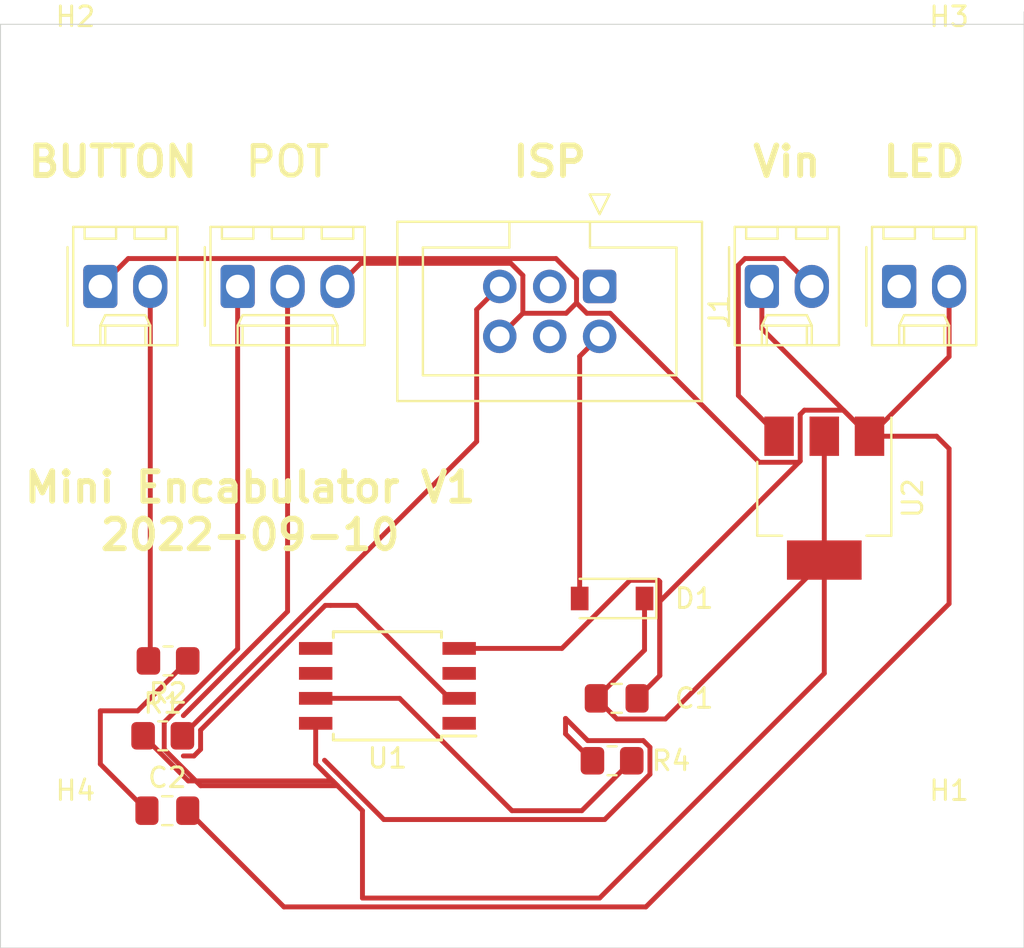
<source format=kicad_pcb>
(kicad_pcb (version 20171130) (host pcbnew "(5.1.9)-1")

  (general
    (thickness 1.6)
    (drawings 11)
    (tracks 98)
    (zones 0)
    (modules 17)
    (nets 18)
  )

  (page A4)
  (layers
    (0 F.Cu signal)
    (31 B.Cu signal)
    (32 B.Adhes user)
    (33 F.Adhes user)
    (34 B.Paste user)
    (35 F.Paste user)
    (36 B.SilkS user)
    (37 F.SilkS user)
    (38 B.Mask user)
    (39 F.Mask user)
    (40 Dwgs.User user)
    (41 Cmts.User user)
    (42 Eco1.User user)
    (43 Eco2.User user)
    (44 Edge.Cuts user)
    (45 Margin user)
    (46 B.CrtYd user)
    (47 F.CrtYd user)
    (48 B.Fab user hide)
    (49 F.Fab user hide)
  )

  (setup
    (last_trace_width 0.25)
    (trace_clearance 0.2)
    (zone_clearance 0.508)
    (zone_45_only no)
    (trace_min 0.2)
    (via_size 0.8)
    (via_drill 0.4)
    (via_min_size 0.4)
    (via_min_drill 0.3)
    (uvia_size 0.3)
    (uvia_drill 0.1)
    (uvias_allowed no)
    (uvia_min_size 0.2)
    (uvia_min_drill 0.1)
    (edge_width 0.05)
    (segment_width 0.2)
    (pcb_text_width 0.3)
    (pcb_text_size 1.5 1.5)
    (mod_edge_width 0.12)
    (mod_text_size 1 1)
    (mod_text_width 0.15)
    (pad_size 1.524 1.524)
    (pad_drill 0.762)
    (pad_to_mask_clearance 0)
    (aux_axis_origin 0 0)
    (visible_elements FFFFFF7F)
    (pcbplotparams
      (layerselection 0x010fc_ffffffff)
      (usegerberextensions false)
      (usegerberattributes true)
      (usegerberadvancedattributes true)
      (creategerberjobfile true)
      (excludeedgelayer true)
      (linewidth 0.100000)
      (plotframeref false)
      (viasonmask false)
      (mode 1)
      (useauxorigin false)
      (hpglpennumber 1)
      (hpglpenspeed 20)
      (hpglpendiameter 15.000000)
      (psnegative false)
      (psa4output false)
      (plotreference true)
      (plotvalue true)
      (plotinvisibletext false)
      (padsonsilk false)
      (subtractmaskfromsilk false)
      (outputformat 1)
      (mirror false)
      (drillshape 1)
      (scaleselection 1)
      (outputdirectory ""))
  )

  (net 0 "")
  (net 1 GND)
  (net 2 +5V)
  (net 3 "Net-(C2-Pad1)")
  (net 4 "Net-(D1-Pad2)")
  (net 5 "Net-(J1-Pad4)")
  (net 6 "Net-(J1-Pad5)")
  (net 7 "Net-(J1-Pad3)")
  (net 8 "Net-(J1-Pad1)")
  (net 9 "Net-(J2-Pad2)")
  (net 10 "Net-(J3-Pad2)")
  (net 11 "Net-(J4-Pad1)")
  (net 12 "Net-(J5-Pad2)")
  (net 13 "Net-(R4-Pad2)")
  (net 14 "Net-(U1-Pad6)")
  (net 15 "Net-(U1-Pad5)")
  (net 16 "Net-(U1-Pad3)")
  (net 17 "Net-(U1-Pad1)")

  (net_class Default "This is the default net class."
    (clearance 0.2)
    (trace_width 0.25)
    (via_dia 0.8)
    (via_drill 0.4)
    (uvia_dia 0.3)
    (uvia_drill 0.1)
    (add_net +5V)
    (add_net GND)
    (add_net "Net-(C2-Pad1)")
    (add_net "Net-(D1-Pad2)")
    (add_net "Net-(J1-Pad1)")
    (add_net "Net-(J1-Pad3)")
    (add_net "Net-(J1-Pad4)")
    (add_net "Net-(J1-Pad5)")
    (add_net "Net-(J2-Pad2)")
    (add_net "Net-(J3-Pad2)")
    (add_net "Net-(J4-Pad1)")
    (add_net "Net-(J5-Pad2)")
    (add_net "Net-(R4-Pad2)")
    (add_net "Net-(U1-Pad1)")
    (add_net "Net-(U1-Pad3)")
    (add_net "Net-(U1-Pad5)")
    (add_net "Net-(U1-Pad6)")
  )

  (module Package_TO_SOT_SMD:SOT-223-3_TabPin2 (layer F.Cu) (tedit 5A02FF57) (tstamp 631CF530)
    (at 165.1 92.05 270)
    (descr "module CMS SOT223 4 pins")
    (tags "CMS SOT")
    (path /631D3515)
    (attr smd)
    (fp_text reference U2 (at 0 -4.5 90) (layer F.SilkS)
      (effects (font (size 1 1) (thickness 0.15)))
    )
    (fp_text value LM1117-5.0 (at 0 4.5 90) (layer F.Fab)
      (effects (font (size 1 1) (thickness 0.15)))
    )
    (fp_text user %R (at 0 0) (layer F.Fab)
      (effects (font (size 0.8 0.8) (thickness 0.12)))
    )
    (fp_line (start 1.91 3.41) (end 1.91 2.15) (layer F.SilkS) (width 0.12))
    (fp_line (start 1.91 -3.41) (end 1.91 -2.15) (layer F.SilkS) (width 0.12))
    (fp_line (start 4.4 -3.6) (end -4.4 -3.6) (layer F.CrtYd) (width 0.05))
    (fp_line (start 4.4 3.6) (end 4.4 -3.6) (layer F.CrtYd) (width 0.05))
    (fp_line (start -4.4 3.6) (end 4.4 3.6) (layer F.CrtYd) (width 0.05))
    (fp_line (start -4.4 -3.6) (end -4.4 3.6) (layer F.CrtYd) (width 0.05))
    (fp_line (start -1.85 -2.35) (end -0.85 -3.35) (layer F.Fab) (width 0.1))
    (fp_line (start -1.85 -2.35) (end -1.85 3.35) (layer F.Fab) (width 0.1))
    (fp_line (start -1.85 3.41) (end 1.91 3.41) (layer F.SilkS) (width 0.12))
    (fp_line (start -0.85 -3.35) (end 1.85 -3.35) (layer F.Fab) (width 0.1))
    (fp_line (start -4.1 -3.41) (end 1.91 -3.41) (layer F.SilkS) (width 0.12))
    (fp_line (start -1.85 3.35) (end 1.85 3.35) (layer F.Fab) (width 0.1))
    (fp_line (start 1.85 -3.35) (end 1.85 3.35) (layer F.Fab) (width 0.1))
    (pad 1 smd rect (at -3.15 -2.3 270) (size 2 1.5) (layers F.Cu F.Paste F.Mask)
      (net 1 GND))
    (pad 3 smd rect (at -3.15 2.3 270) (size 2 1.5) (layers F.Cu F.Paste F.Mask)
      (net 9 "Net-(J2-Pad2)"))
    (pad 2 smd rect (at -3.15 0 270) (size 2 1.5) (layers F.Cu F.Paste F.Mask)
      (net 2 +5V))
    (pad 2 smd rect (at 3.15 0 270) (size 2 3.8) (layers F.Cu F.Paste F.Mask)
      (net 2 +5V))
    (model ${KISYS3DMOD}/Package_TO_SOT_SMD.3dshapes/SOT-223.wrl
      (at (xyz 0 0 0))
      (scale (xyz 1 1 1))
      (rotate (xyz 0 0 0))
    )
  )

  (module Package_SO:SOIJ-8_5.3x5.3mm_P1.27mm (layer F.Cu) (tedit 5A02F2D3) (tstamp 631CF51A)
    (at 142.875 101.6 180)
    (descr "8-Lead Plastic Small Outline (SM) - Medium, 5.28 mm Body [SOIC] (see Microchip Packaging Specification 00000049BS.pdf)")
    (tags "SOIC 1.27")
    (path /631C877F)
    (attr smd)
    (fp_text reference U1 (at 0 -3.68) (layer F.SilkS)
      (effects (font (size 1 1) (thickness 0.15)))
    )
    (fp_text value ATtiny85-20SU (at 0 3.68) (layer F.Fab)
      (effects (font (size 1 1) (thickness 0.15)))
    )
    (fp_text user %R (at 0 0) (layer F.Fab)
      (effects (font (size 1 1) (thickness 0.15)))
    )
    (fp_line (start -1.65 -2.65) (end 2.65 -2.65) (layer F.Fab) (width 0.15))
    (fp_line (start 2.65 -2.65) (end 2.65 2.65) (layer F.Fab) (width 0.15))
    (fp_line (start 2.65 2.65) (end -2.65 2.65) (layer F.Fab) (width 0.15))
    (fp_line (start -2.65 2.65) (end -2.65 -1.65) (layer F.Fab) (width 0.15))
    (fp_line (start -2.65 -1.65) (end -1.65 -2.65) (layer F.Fab) (width 0.15))
    (fp_line (start -4.75 -2.95) (end -4.75 2.95) (layer F.CrtYd) (width 0.05))
    (fp_line (start 4.75 -2.95) (end 4.75 2.95) (layer F.CrtYd) (width 0.05))
    (fp_line (start -4.75 -2.95) (end 4.75 -2.95) (layer F.CrtYd) (width 0.05))
    (fp_line (start -4.75 2.95) (end 4.75 2.95) (layer F.CrtYd) (width 0.05))
    (fp_line (start -2.75 -2.755) (end -2.75 -2.55) (layer F.SilkS) (width 0.15))
    (fp_line (start 2.75 -2.755) (end 2.75 -2.455) (layer F.SilkS) (width 0.15))
    (fp_line (start 2.75 2.755) (end 2.75 2.455) (layer F.SilkS) (width 0.15))
    (fp_line (start -2.75 2.755) (end -2.75 2.455) (layer F.SilkS) (width 0.15))
    (fp_line (start -2.75 -2.755) (end 2.75 -2.755) (layer F.SilkS) (width 0.15))
    (fp_line (start -2.75 2.755) (end 2.75 2.755) (layer F.SilkS) (width 0.15))
    (fp_line (start -2.75 -2.55) (end -4.5 -2.55) (layer F.SilkS) (width 0.15))
    (pad 8 smd rect (at 3.65 -1.905 180) (size 1.7 0.65) (layers F.Cu F.Paste F.Mask)
      (net 2 +5V))
    (pad 7 smd rect (at 3.65 -0.635 180) (size 1.7 0.65) (layers F.Cu F.Paste F.Mask)
      (net 13 "Net-(R4-Pad2)"))
    (pad 6 smd rect (at 3.65 0.635 180) (size 1.7 0.65) (layers F.Cu F.Paste F.Mask)
      (net 14 "Net-(U1-Pad6)"))
    (pad 5 smd rect (at 3.65 1.905 180) (size 1.7 0.65) (layers F.Cu F.Paste F.Mask)
      (net 15 "Net-(U1-Pad5)"))
    (pad 4 smd rect (at -3.65 1.905 180) (size 1.7 0.65) (layers F.Cu F.Paste F.Mask)
      (net 1 GND))
    (pad 3 smd rect (at -3.65 0.635 180) (size 1.7 0.65) (layers F.Cu F.Paste F.Mask)
      (net 16 "Net-(U1-Pad3)"))
    (pad 2 smd rect (at -3.65 -0.635 180) (size 1.7 0.65) (layers F.Cu F.Paste F.Mask)
      (net 12 "Net-(J5-Pad2)"))
    (pad 1 smd rect (at -3.65 -1.905 180) (size 1.7 0.65) (layers F.Cu F.Paste F.Mask)
      (net 17 "Net-(U1-Pad1)"))
    (model ${KISYS3DMOD}/Package_SO.3dshapes/SOIJ-8_5.3x5.3mm_P1.27mm.wrl
      (at (xyz 0 0 0))
      (scale (xyz 1 1 1))
      (rotate (xyz 0 0 0))
    )
  )

  (module Resistor_SMD:R_0805_2012Metric_Pad1.20x1.40mm_HandSolder (layer F.Cu) (tedit 5F68FEEE) (tstamp 631CF4FD)
    (at 154.305 105.41)
    (descr "Resistor SMD 0805 (2012 Metric), square (rectangular) end terminal, IPC_7351 nominal with elongated pad for handsoldering. (Body size source: IPC-SM-782 page 72, https://www.pcb-3d.com/wordpress/wp-content/uploads/ipc-sm-782a_amendment_1_and_2.pdf), generated with kicad-footprint-generator")
    (tags "resistor handsolder")
    (path /631DE540)
    (attr smd)
    (fp_text reference R4 (at 3 0) (layer F.SilkS)
      (effects (font (size 1 1) (thickness 0.15)))
    )
    (fp_text value 1k (at 0 1.65) (layer F.Fab)
      (effects (font (size 1 1) (thickness 0.15)))
    )
    (fp_text user %R (at 0 0) (layer F.Fab)
      (effects (font (size 0.5 0.5) (thickness 0.08)))
    )
    (fp_line (start -1 0.625) (end -1 -0.625) (layer F.Fab) (width 0.1))
    (fp_line (start -1 -0.625) (end 1 -0.625) (layer F.Fab) (width 0.1))
    (fp_line (start 1 -0.625) (end 1 0.625) (layer F.Fab) (width 0.1))
    (fp_line (start 1 0.625) (end -1 0.625) (layer F.Fab) (width 0.1))
    (fp_line (start -0.227064 -0.735) (end 0.227064 -0.735) (layer F.SilkS) (width 0.12))
    (fp_line (start -0.227064 0.735) (end 0.227064 0.735) (layer F.SilkS) (width 0.12))
    (fp_line (start -1.85 0.95) (end -1.85 -0.95) (layer F.CrtYd) (width 0.05))
    (fp_line (start -1.85 -0.95) (end 1.85 -0.95) (layer F.CrtYd) (width 0.05))
    (fp_line (start 1.85 -0.95) (end 1.85 0.95) (layer F.CrtYd) (width 0.05))
    (fp_line (start 1.85 0.95) (end -1.85 0.95) (layer F.CrtYd) (width 0.05))
    (pad 2 smd roundrect (at 1 0) (size 1.2 1.4) (layers F.Cu F.Paste F.Mask) (roundrect_rratio 0.208333)
      (net 13 "Net-(R4-Pad2)"))
    (pad 1 smd roundrect (at -1 0) (size 1.2 1.4) (layers F.Cu F.Paste F.Mask) (roundrect_rratio 0.208333)
      (net 11 "Net-(J4-Pad1)"))
    (model ${KISYS3DMOD}/Resistor_SMD.3dshapes/R_0805_2012Metric.wrl
      (at (xyz 0 0 0))
      (scale (xyz 1 1 1))
      (rotate (xyz 0 0 0))
    )
  )

  (module Resistor_SMD:R_0805_2012Metric_Pad1.20x1.40mm_HandSolder (layer F.Cu) (tedit 5F68FEEE) (tstamp 631CF4EC)
    (at 131.715 100.33 180)
    (descr "Resistor SMD 0805 (2012 Metric), square (rectangular) end terminal, IPC_7351 nominal with elongated pad for handsoldering. (Body size source: IPC-SM-782 page 72, https://www.pcb-3d.com/wordpress/wp-content/uploads/ipc-sm-782a_amendment_1_and_2.pdf), generated with kicad-footprint-generator")
    (tags "resistor handsolder")
    (path /631D7071)
    (attr smd)
    (fp_text reference R2 (at 0 -1.65) (layer F.SilkS)
      (effects (font (size 1 1) (thickness 0.15)))
    )
    (fp_text value 10k (at 0 1.65) (layer F.Fab)
      (effects (font (size 1 1) (thickness 0.15)))
    )
    (fp_text user %R (at 0 0) (layer F.Fab)
      (effects (font (size 0.5 0.5) (thickness 0.08)))
    )
    (fp_line (start -1 0.625) (end -1 -0.625) (layer F.Fab) (width 0.1))
    (fp_line (start -1 -0.625) (end 1 -0.625) (layer F.Fab) (width 0.1))
    (fp_line (start 1 -0.625) (end 1 0.625) (layer F.Fab) (width 0.1))
    (fp_line (start 1 0.625) (end -1 0.625) (layer F.Fab) (width 0.1))
    (fp_line (start -0.227064 -0.735) (end 0.227064 -0.735) (layer F.SilkS) (width 0.12))
    (fp_line (start -0.227064 0.735) (end 0.227064 0.735) (layer F.SilkS) (width 0.12))
    (fp_line (start -1.85 0.95) (end -1.85 -0.95) (layer F.CrtYd) (width 0.05))
    (fp_line (start -1.85 -0.95) (end 1.85 -0.95) (layer F.CrtYd) (width 0.05))
    (fp_line (start 1.85 -0.95) (end 1.85 0.95) (layer F.CrtYd) (width 0.05))
    (fp_line (start 1.85 0.95) (end -1.85 0.95) (layer F.CrtYd) (width 0.05))
    (pad 2 smd roundrect (at 1 0 180) (size 1.2 1.4) (layers F.Cu F.Paste F.Mask) (roundrect_rratio 0.208333)
      (net 10 "Net-(J3-Pad2)"))
    (pad 1 smd roundrect (at -1 0 180) (size 1.2 1.4) (layers F.Cu F.Paste F.Mask) (roundrect_rratio 0.208333)
      (net 3 "Net-(C2-Pad1)"))
    (model ${KISYS3DMOD}/Resistor_SMD.3dshapes/R_0805_2012Metric.wrl
      (at (xyz 0 0 0))
      (scale (xyz 1 1 1))
      (rotate (xyz 0 0 0))
    )
  )

  (module Resistor_SMD:R_0805_2012Metric_Pad1.20x1.40mm_HandSolder (layer F.Cu) (tedit 5F68FEEE) (tstamp 631CF4DB)
    (at 131.445 104.14)
    (descr "Resistor SMD 0805 (2012 Metric), square (rectangular) end terminal, IPC_7351 nominal with elongated pad for handsoldering. (Body size source: IPC-SM-782 page 72, https://www.pcb-3d.com/wordpress/wp-content/uploads/ipc-sm-782a_amendment_1_and_2.pdf), generated with kicad-footprint-generator")
    (tags "resistor handsolder")
    (path /631D056D)
    (attr smd)
    (fp_text reference R1 (at 0 -1.65) (layer F.SilkS)
      (effects (font (size 1 1) (thickness 0.15)))
    )
    (fp_text value 10k (at 0 1.65) (layer F.Fab)
      (effects (font (size 1 1) (thickness 0.15)))
    )
    (fp_text user %R (at 0 0) (layer F.Fab)
      (effects (font (size 0.5 0.5) (thickness 0.08)))
    )
    (fp_line (start -1 0.625) (end -1 -0.625) (layer F.Fab) (width 0.1))
    (fp_line (start -1 -0.625) (end 1 -0.625) (layer F.Fab) (width 0.1))
    (fp_line (start 1 -0.625) (end 1 0.625) (layer F.Fab) (width 0.1))
    (fp_line (start 1 0.625) (end -1 0.625) (layer F.Fab) (width 0.1))
    (fp_line (start -0.227064 -0.735) (end 0.227064 -0.735) (layer F.SilkS) (width 0.12))
    (fp_line (start -0.227064 0.735) (end 0.227064 0.735) (layer F.SilkS) (width 0.12))
    (fp_line (start -1.85 0.95) (end -1.85 -0.95) (layer F.CrtYd) (width 0.05))
    (fp_line (start -1.85 -0.95) (end 1.85 -0.95) (layer F.CrtYd) (width 0.05))
    (fp_line (start 1.85 -0.95) (end 1.85 0.95) (layer F.CrtYd) (width 0.05))
    (fp_line (start 1.85 0.95) (end -1.85 0.95) (layer F.CrtYd) (width 0.05))
    (pad 2 smd roundrect (at 1 0) (size 1.2 1.4) (layers F.Cu F.Paste F.Mask) (roundrect_rratio 0.208333)
      (net 6 "Net-(J1-Pad5)"))
    (pad 1 smd roundrect (at -1 0) (size 1.2 1.4) (layers F.Cu F.Paste F.Mask) (roundrect_rratio 0.208333)
      (net 2 +5V))
    (model ${KISYS3DMOD}/Resistor_SMD.3dshapes/R_0805_2012Metric.wrl
      (at (xyz 0 0 0))
      (scale (xyz 1 1 1))
      (rotate (xyz 0 0 0))
    )
  )

  (module Connector_Molex:Molex_KK-254_AE-6410-03A_1x03_P2.54mm_Vertical (layer F.Cu) (tedit 5EA53D3B) (tstamp 631CF4CA)
    (at 135.255 81.28)
    (descr "Molex KK-254 Interconnect System, old/engineering part number: AE-6410-03A example for new part number: 22-27-2031, 3 Pins (http://www.molex.com/pdm_docs/sd/022272021_sd.pdf), generated with kicad-footprint-generator")
    (tags "connector Molex KK-254 vertical")
    (path /631E0779)
    (fp_text reference J5 (at 2.54 -4.12) (layer F.SilkS) hide
      (effects (font (size 1 1) (thickness 0.15)))
    )
    (fp_text value POT (at 2.54 4.08) (layer F.Fab)
      (effects (font (size 1 1) (thickness 0.15)))
    )
    (fp_text user %R (at 2.54 -2.22) (layer F.Fab)
      (effects (font (size 1 1) (thickness 0.15)))
    )
    (fp_line (start -1.27 -2.92) (end -1.27 2.88) (layer F.Fab) (width 0.1))
    (fp_line (start -1.27 2.88) (end 6.35 2.88) (layer F.Fab) (width 0.1))
    (fp_line (start 6.35 2.88) (end 6.35 -2.92) (layer F.Fab) (width 0.1))
    (fp_line (start 6.35 -2.92) (end -1.27 -2.92) (layer F.Fab) (width 0.1))
    (fp_line (start -1.38 -3.03) (end -1.38 2.99) (layer F.SilkS) (width 0.12))
    (fp_line (start -1.38 2.99) (end 6.46 2.99) (layer F.SilkS) (width 0.12))
    (fp_line (start 6.46 2.99) (end 6.46 -3.03) (layer F.SilkS) (width 0.12))
    (fp_line (start 6.46 -3.03) (end -1.38 -3.03) (layer F.SilkS) (width 0.12))
    (fp_line (start -1.67 -2) (end -1.67 2) (layer F.SilkS) (width 0.12))
    (fp_line (start -1.27 -0.5) (end -0.562893 0) (layer F.Fab) (width 0.1))
    (fp_line (start -0.562893 0) (end -1.27 0.5) (layer F.Fab) (width 0.1))
    (fp_line (start 0 2.99) (end 0 1.99) (layer F.SilkS) (width 0.12))
    (fp_line (start 0 1.99) (end 5.08 1.99) (layer F.SilkS) (width 0.12))
    (fp_line (start 5.08 1.99) (end 5.08 2.99) (layer F.SilkS) (width 0.12))
    (fp_line (start 0 1.99) (end 0.25 1.46) (layer F.SilkS) (width 0.12))
    (fp_line (start 0.25 1.46) (end 4.83 1.46) (layer F.SilkS) (width 0.12))
    (fp_line (start 4.83 1.46) (end 5.08 1.99) (layer F.SilkS) (width 0.12))
    (fp_line (start 0.25 2.99) (end 0.25 1.99) (layer F.SilkS) (width 0.12))
    (fp_line (start 4.83 2.99) (end 4.83 1.99) (layer F.SilkS) (width 0.12))
    (fp_line (start -0.8 -3.03) (end -0.8 -2.43) (layer F.SilkS) (width 0.12))
    (fp_line (start -0.8 -2.43) (end 0.8 -2.43) (layer F.SilkS) (width 0.12))
    (fp_line (start 0.8 -2.43) (end 0.8 -3.03) (layer F.SilkS) (width 0.12))
    (fp_line (start 1.74 -3.03) (end 1.74 -2.43) (layer F.SilkS) (width 0.12))
    (fp_line (start 1.74 -2.43) (end 3.34 -2.43) (layer F.SilkS) (width 0.12))
    (fp_line (start 3.34 -2.43) (end 3.34 -3.03) (layer F.SilkS) (width 0.12))
    (fp_line (start 4.28 -3.03) (end 4.28 -2.43) (layer F.SilkS) (width 0.12))
    (fp_line (start 4.28 -2.43) (end 5.88 -2.43) (layer F.SilkS) (width 0.12))
    (fp_line (start 5.88 -2.43) (end 5.88 -3.03) (layer F.SilkS) (width 0.12))
    (fp_line (start -1.77 -3.42) (end -1.77 3.38) (layer F.CrtYd) (width 0.05))
    (fp_line (start -1.77 3.38) (end 6.85 3.38) (layer F.CrtYd) (width 0.05))
    (fp_line (start 6.85 3.38) (end 6.85 -3.42) (layer F.CrtYd) (width 0.05))
    (fp_line (start 6.85 -3.42) (end -1.77 -3.42) (layer F.CrtYd) (width 0.05))
    (pad 3 thru_hole oval (at 5.08 0) (size 1.74 2.19) (drill 1.19) (layers *.Cu *.Mask)
      (net 1 GND))
    (pad 2 thru_hole oval (at 2.54 0) (size 1.74 2.19) (drill 1.19) (layers *.Cu *.Mask)
      (net 12 "Net-(J5-Pad2)"))
    (pad 1 thru_hole roundrect (at 0 0) (size 1.74 2.19) (drill 1.19) (layers *.Cu *.Mask) (roundrect_rratio 0.143678)
      (net 2 +5V))
    (model ${KISYS3DMOD}/Connector_Molex.3dshapes/Molex_KK-254_AE-6410-03A_1x03_P2.54mm_Vertical.wrl
      (at (xyz 0 0 0))
      (scale (xyz 1 1 1))
      (rotate (xyz 0 0 0))
    )
  )

  (module Connector_Molex:Molex_KK-254_AE-6410-02A_1x02_P2.54mm_Vertical (layer F.Cu) (tedit 5EA53D3B) (tstamp 631CF4A2)
    (at 168.91 81.28)
    (descr "Molex KK-254 Interconnect System, old/engineering part number: AE-6410-02A example for new part number: 22-27-2021, 2 Pins (http://www.molex.com/pdm_docs/sd/022272021_sd.pdf), generated with kicad-footprint-generator")
    (tags "connector Molex KK-254 vertical")
    (path /631DAC13)
    (fp_text reference J4 (at 1.27 -4.12) (layer F.SilkS) hide
      (effects (font (size 1 1) (thickness 0.15)))
    )
    (fp_text value LED (at 1.27 4.08) (layer F.Fab)
      (effects (font (size 1 1) (thickness 0.15)))
    )
    (fp_text user %R (at 1.27 -2.22) (layer F.Fab)
      (effects (font (size 1 1) (thickness 0.15)))
    )
    (fp_line (start -1.27 -2.92) (end -1.27 2.88) (layer F.Fab) (width 0.1))
    (fp_line (start -1.27 2.88) (end 3.81 2.88) (layer F.Fab) (width 0.1))
    (fp_line (start 3.81 2.88) (end 3.81 -2.92) (layer F.Fab) (width 0.1))
    (fp_line (start 3.81 -2.92) (end -1.27 -2.92) (layer F.Fab) (width 0.1))
    (fp_line (start -1.38 -3.03) (end -1.38 2.99) (layer F.SilkS) (width 0.12))
    (fp_line (start -1.38 2.99) (end 3.92 2.99) (layer F.SilkS) (width 0.12))
    (fp_line (start 3.92 2.99) (end 3.92 -3.03) (layer F.SilkS) (width 0.12))
    (fp_line (start 3.92 -3.03) (end -1.38 -3.03) (layer F.SilkS) (width 0.12))
    (fp_line (start -1.67 -2) (end -1.67 2) (layer F.SilkS) (width 0.12))
    (fp_line (start -1.27 -0.5) (end -0.562893 0) (layer F.Fab) (width 0.1))
    (fp_line (start -0.562893 0) (end -1.27 0.5) (layer F.Fab) (width 0.1))
    (fp_line (start 0 2.99) (end 0 1.99) (layer F.SilkS) (width 0.12))
    (fp_line (start 0 1.99) (end 2.54 1.99) (layer F.SilkS) (width 0.12))
    (fp_line (start 2.54 1.99) (end 2.54 2.99) (layer F.SilkS) (width 0.12))
    (fp_line (start 0 1.99) (end 0.25 1.46) (layer F.SilkS) (width 0.12))
    (fp_line (start 0.25 1.46) (end 2.29 1.46) (layer F.SilkS) (width 0.12))
    (fp_line (start 2.29 1.46) (end 2.54 1.99) (layer F.SilkS) (width 0.12))
    (fp_line (start 0.25 2.99) (end 0.25 1.99) (layer F.SilkS) (width 0.12))
    (fp_line (start 2.29 2.99) (end 2.29 1.99) (layer F.SilkS) (width 0.12))
    (fp_line (start -0.8 -3.03) (end -0.8 -2.43) (layer F.SilkS) (width 0.12))
    (fp_line (start -0.8 -2.43) (end 0.8 -2.43) (layer F.SilkS) (width 0.12))
    (fp_line (start 0.8 -2.43) (end 0.8 -3.03) (layer F.SilkS) (width 0.12))
    (fp_line (start 1.74 -3.03) (end 1.74 -2.43) (layer F.SilkS) (width 0.12))
    (fp_line (start 1.74 -2.43) (end 3.34 -2.43) (layer F.SilkS) (width 0.12))
    (fp_line (start 3.34 -2.43) (end 3.34 -3.03) (layer F.SilkS) (width 0.12))
    (fp_line (start -1.77 -3.42) (end -1.77 3.38) (layer F.CrtYd) (width 0.05))
    (fp_line (start -1.77 3.38) (end 4.31 3.38) (layer F.CrtYd) (width 0.05))
    (fp_line (start 4.31 3.38) (end 4.31 -3.42) (layer F.CrtYd) (width 0.05))
    (fp_line (start 4.31 -3.42) (end -1.77 -3.42) (layer F.CrtYd) (width 0.05))
    (pad 2 thru_hole oval (at 2.54 0) (size 1.74 2.19) (drill 1.19) (layers *.Cu *.Mask)
      (net 1 GND))
    (pad 1 thru_hole roundrect (at 0 0) (size 1.74 2.19) (drill 1.19) (layers *.Cu *.Mask) (roundrect_rratio 0.143678)
      (net 11 "Net-(J4-Pad1)"))
    (model ${KISYS3DMOD}/Connector_Molex.3dshapes/Molex_KK-254_AE-6410-02A_1x02_P2.54mm_Vertical.wrl
      (at (xyz 0 0 0))
      (scale (xyz 1 1 1))
      (rotate (xyz 0 0 0))
    )
  )

  (module Connector_Molex:Molex_KK-254_AE-6410-02A_1x02_P2.54mm_Vertical (layer F.Cu) (tedit 5EA53D3B) (tstamp 631CF47E)
    (at 128.27 81.28)
    (descr "Molex KK-254 Interconnect System, old/engineering part number: AE-6410-02A example for new part number: 22-27-2021, 2 Pins (http://www.molex.com/pdm_docs/sd/022272021_sd.pdf), generated with kicad-footprint-generator")
    (tags "connector Molex KK-254 vertical")
    (path /631D6719)
    (fp_text reference J3 (at 1.27 -4.12) (layer F.SilkS) hide
      (effects (font (size 1 1) (thickness 0.15)))
    )
    (fp_text value BUTTON (at 1.27 4.08) (layer F.Fab)
      (effects (font (size 1 1) (thickness 0.15)))
    )
    (fp_text user %R (at 1.27 -2.22) (layer F.Fab)
      (effects (font (size 1 1) (thickness 0.15)))
    )
    (fp_line (start -1.27 -2.92) (end -1.27 2.88) (layer F.Fab) (width 0.1))
    (fp_line (start -1.27 2.88) (end 3.81 2.88) (layer F.Fab) (width 0.1))
    (fp_line (start 3.81 2.88) (end 3.81 -2.92) (layer F.Fab) (width 0.1))
    (fp_line (start 3.81 -2.92) (end -1.27 -2.92) (layer F.Fab) (width 0.1))
    (fp_line (start -1.38 -3.03) (end -1.38 2.99) (layer F.SilkS) (width 0.12))
    (fp_line (start -1.38 2.99) (end 3.92 2.99) (layer F.SilkS) (width 0.12))
    (fp_line (start 3.92 2.99) (end 3.92 -3.03) (layer F.SilkS) (width 0.12))
    (fp_line (start 3.92 -3.03) (end -1.38 -3.03) (layer F.SilkS) (width 0.12))
    (fp_line (start -1.67 -2) (end -1.67 2) (layer F.SilkS) (width 0.12))
    (fp_line (start -1.27 -0.5) (end -0.562893 0) (layer F.Fab) (width 0.1))
    (fp_line (start -0.562893 0) (end -1.27 0.5) (layer F.Fab) (width 0.1))
    (fp_line (start 0 2.99) (end 0 1.99) (layer F.SilkS) (width 0.12))
    (fp_line (start 0 1.99) (end 2.54 1.99) (layer F.SilkS) (width 0.12))
    (fp_line (start 2.54 1.99) (end 2.54 2.99) (layer F.SilkS) (width 0.12))
    (fp_line (start 0 1.99) (end 0.25 1.46) (layer F.SilkS) (width 0.12))
    (fp_line (start 0.25 1.46) (end 2.29 1.46) (layer F.SilkS) (width 0.12))
    (fp_line (start 2.29 1.46) (end 2.54 1.99) (layer F.SilkS) (width 0.12))
    (fp_line (start 0.25 2.99) (end 0.25 1.99) (layer F.SilkS) (width 0.12))
    (fp_line (start 2.29 2.99) (end 2.29 1.99) (layer F.SilkS) (width 0.12))
    (fp_line (start -0.8 -3.03) (end -0.8 -2.43) (layer F.SilkS) (width 0.12))
    (fp_line (start -0.8 -2.43) (end 0.8 -2.43) (layer F.SilkS) (width 0.12))
    (fp_line (start 0.8 -2.43) (end 0.8 -3.03) (layer F.SilkS) (width 0.12))
    (fp_line (start 1.74 -3.03) (end 1.74 -2.43) (layer F.SilkS) (width 0.12))
    (fp_line (start 1.74 -2.43) (end 3.34 -2.43) (layer F.SilkS) (width 0.12))
    (fp_line (start 3.34 -2.43) (end 3.34 -3.03) (layer F.SilkS) (width 0.12))
    (fp_line (start -1.77 -3.42) (end -1.77 3.38) (layer F.CrtYd) (width 0.05))
    (fp_line (start -1.77 3.38) (end 4.31 3.38) (layer F.CrtYd) (width 0.05))
    (fp_line (start 4.31 3.38) (end 4.31 -3.42) (layer F.CrtYd) (width 0.05))
    (fp_line (start 4.31 -3.42) (end -1.77 -3.42) (layer F.CrtYd) (width 0.05))
    (pad 2 thru_hole oval (at 2.54 0) (size 1.74 2.19) (drill 1.19) (layers *.Cu *.Mask)
      (net 10 "Net-(J3-Pad2)"))
    (pad 1 thru_hole roundrect (at 0 0) (size 1.74 2.19) (drill 1.19) (layers *.Cu *.Mask) (roundrect_rratio 0.143678)
      (net 1 GND))
    (model ${KISYS3DMOD}/Connector_Molex.3dshapes/Molex_KK-254_AE-6410-02A_1x02_P2.54mm_Vertical.wrl
      (at (xyz 0 0 0))
      (scale (xyz 1 1 1))
      (rotate (xyz 0 0 0))
    )
  )

  (module Connector_Molex:Molex_KK-254_AE-6410-02A_1x02_P2.54mm_Vertical (layer F.Cu) (tedit 5EA53D3B) (tstamp 631CF45A)
    (at 161.925 81.28)
    (descr "Molex KK-254 Interconnect System, old/engineering part number: AE-6410-02A example for new part number: 22-27-2021, 2 Pins (http://www.molex.com/pdm_docs/sd/022272021_sd.pdf), generated with kicad-footprint-generator")
    (tags "connector Molex KK-254 vertical")
    (path /631D2AA1)
    (fp_text reference J2 (at 1.27 -4.12) (layer F.SilkS) hide
      (effects (font (size 1 1) (thickness 0.15)))
    )
    (fp_text value Vin (at 1.27 4.08) (layer F.Fab)
      (effects (font (size 1 1) (thickness 0.15)))
    )
    (fp_text user %R (at 1.27 -2.22) (layer F.Fab)
      (effects (font (size 1 1) (thickness 0.15)))
    )
    (fp_line (start -1.27 -2.92) (end -1.27 2.88) (layer F.Fab) (width 0.1))
    (fp_line (start -1.27 2.88) (end 3.81 2.88) (layer F.Fab) (width 0.1))
    (fp_line (start 3.81 2.88) (end 3.81 -2.92) (layer F.Fab) (width 0.1))
    (fp_line (start 3.81 -2.92) (end -1.27 -2.92) (layer F.Fab) (width 0.1))
    (fp_line (start -1.38 -3.03) (end -1.38 2.99) (layer F.SilkS) (width 0.12))
    (fp_line (start -1.38 2.99) (end 3.92 2.99) (layer F.SilkS) (width 0.12))
    (fp_line (start 3.92 2.99) (end 3.92 -3.03) (layer F.SilkS) (width 0.12))
    (fp_line (start 3.92 -3.03) (end -1.38 -3.03) (layer F.SilkS) (width 0.12))
    (fp_line (start -1.67 -2) (end -1.67 2) (layer F.SilkS) (width 0.12))
    (fp_line (start -1.27 -0.5) (end -0.562893 0) (layer F.Fab) (width 0.1))
    (fp_line (start -0.562893 0) (end -1.27 0.5) (layer F.Fab) (width 0.1))
    (fp_line (start 0 2.99) (end 0 1.99) (layer F.SilkS) (width 0.12))
    (fp_line (start 0 1.99) (end 2.54 1.99) (layer F.SilkS) (width 0.12))
    (fp_line (start 2.54 1.99) (end 2.54 2.99) (layer F.SilkS) (width 0.12))
    (fp_line (start 0 1.99) (end 0.25 1.46) (layer F.SilkS) (width 0.12))
    (fp_line (start 0.25 1.46) (end 2.29 1.46) (layer F.SilkS) (width 0.12))
    (fp_line (start 2.29 1.46) (end 2.54 1.99) (layer F.SilkS) (width 0.12))
    (fp_line (start 0.25 2.99) (end 0.25 1.99) (layer F.SilkS) (width 0.12))
    (fp_line (start 2.29 2.99) (end 2.29 1.99) (layer F.SilkS) (width 0.12))
    (fp_line (start -0.8 -3.03) (end -0.8 -2.43) (layer F.SilkS) (width 0.12))
    (fp_line (start -0.8 -2.43) (end 0.8 -2.43) (layer F.SilkS) (width 0.12))
    (fp_line (start 0.8 -2.43) (end 0.8 -3.03) (layer F.SilkS) (width 0.12))
    (fp_line (start 1.74 -3.03) (end 1.74 -2.43) (layer F.SilkS) (width 0.12))
    (fp_line (start 1.74 -2.43) (end 3.34 -2.43) (layer F.SilkS) (width 0.12))
    (fp_line (start 3.34 -2.43) (end 3.34 -3.03) (layer F.SilkS) (width 0.12))
    (fp_line (start -1.77 -3.42) (end -1.77 3.38) (layer F.CrtYd) (width 0.05))
    (fp_line (start -1.77 3.38) (end 4.31 3.38) (layer F.CrtYd) (width 0.05))
    (fp_line (start 4.31 3.38) (end 4.31 -3.42) (layer F.CrtYd) (width 0.05))
    (fp_line (start 4.31 -3.42) (end -1.77 -3.42) (layer F.CrtYd) (width 0.05))
    (pad 2 thru_hole oval (at 2.54 0) (size 1.74 2.19) (drill 1.19) (layers *.Cu *.Mask)
      (net 9 "Net-(J2-Pad2)"))
    (pad 1 thru_hole roundrect (at 0 0) (size 1.74 2.19) (drill 1.19) (layers *.Cu *.Mask) (roundrect_rratio 0.143678)
      (net 1 GND))
    (model ${KISYS3DMOD}/Connector_Molex.3dshapes/Molex_KK-254_AE-6410-02A_1x02_P2.54mm_Vertical.wrl
      (at (xyz 0 0 0))
      (scale (xyz 1 1 1))
      (rotate (xyz 0 0 0))
    )
  )

  (module Connector_IDC:IDC-Header_2x03_P2.54mm_Vertical (layer F.Cu) (tedit 5EAC9A07) (tstamp 631CF436)
    (at 153.67 81.28 270)
    (descr "Through hole IDC box header, 2x03, 2.54mm pitch, DIN 41651 / IEC 60603-13, double rows, https://docs.google.com/spreadsheets/d/16SsEcesNF15N3Lb4niX7dcUr-NY5_MFPQhobNuNppn4/edit#gid=0")
    (tags "Through hole vertical IDC box header THT 2x03 2.54mm double row")
    (path /631C9801)
    (fp_text reference J1 (at 1.27 -6.1 90) (layer F.SilkS)
      (effects (font (size 1 1) (thickness 0.15)))
    )
    (fp_text value AVR-ISP-6 (at 1.27 11.18 90) (layer F.Fab)
      (effects (font (size 1 1) (thickness 0.15)))
    )
    (fp_text user %R (at 1.27 2.54) (layer F.Fab)
      (effects (font (size 1 1) (thickness 0.15)))
    )
    (fp_line (start -3.18 -4.1) (end -2.18 -5.1) (layer F.Fab) (width 0.1))
    (fp_line (start -2.18 -5.1) (end 5.72 -5.1) (layer F.Fab) (width 0.1))
    (fp_line (start 5.72 -5.1) (end 5.72 10.18) (layer F.Fab) (width 0.1))
    (fp_line (start 5.72 10.18) (end -3.18 10.18) (layer F.Fab) (width 0.1))
    (fp_line (start -3.18 10.18) (end -3.18 -4.1) (layer F.Fab) (width 0.1))
    (fp_line (start -3.18 0.49) (end -1.98 0.49) (layer F.Fab) (width 0.1))
    (fp_line (start -1.98 0.49) (end -1.98 -3.91) (layer F.Fab) (width 0.1))
    (fp_line (start -1.98 -3.91) (end 4.52 -3.91) (layer F.Fab) (width 0.1))
    (fp_line (start 4.52 -3.91) (end 4.52 8.99) (layer F.Fab) (width 0.1))
    (fp_line (start 4.52 8.99) (end -1.98 8.99) (layer F.Fab) (width 0.1))
    (fp_line (start -1.98 8.99) (end -1.98 4.59) (layer F.Fab) (width 0.1))
    (fp_line (start -1.98 4.59) (end -1.98 4.59) (layer F.Fab) (width 0.1))
    (fp_line (start -1.98 4.59) (end -3.18 4.59) (layer F.Fab) (width 0.1))
    (fp_line (start -3.29 -5.21) (end 5.83 -5.21) (layer F.SilkS) (width 0.12))
    (fp_line (start 5.83 -5.21) (end 5.83 10.29) (layer F.SilkS) (width 0.12))
    (fp_line (start 5.83 10.29) (end -3.29 10.29) (layer F.SilkS) (width 0.12))
    (fp_line (start -3.29 10.29) (end -3.29 -5.21) (layer F.SilkS) (width 0.12))
    (fp_line (start -3.29 0.49) (end -1.98 0.49) (layer F.SilkS) (width 0.12))
    (fp_line (start -1.98 0.49) (end -1.98 -3.91) (layer F.SilkS) (width 0.12))
    (fp_line (start -1.98 -3.91) (end 4.52 -3.91) (layer F.SilkS) (width 0.12))
    (fp_line (start 4.52 -3.91) (end 4.52 8.99) (layer F.SilkS) (width 0.12))
    (fp_line (start 4.52 8.99) (end -1.98 8.99) (layer F.SilkS) (width 0.12))
    (fp_line (start -1.98 8.99) (end -1.98 4.59) (layer F.SilkS) (width 0.12))
    (fp_line (start -1.98 4.59) (end -1.98 4.59) (layer F.SilkS) (width 0.12))
    (fp_line (start -1.98 4.59) (end -3.29 4.59) (layer F.SilkS) (width 0.12))
    (fp_line (start -3.68 0) (end -4.68 -0.5) (layer F.SilkS) (width 0.12))
    (fp_line (start -4.68 -0.5) (end -4.68 0.5) (layer F.SilkS) (width 0.12))
    (fp_line (start -4.68 0.5) (end -3.68 0) (layer F.SilkS) (width 0.12))
    (fp_line (start -3.68 -5.6) (end -3.68 10.69) (layer F.CrtYd) (width 0.05))
    (fp_line (start -3.68 10.69) (end 6.22 10.69) (layer F.CrtYd) (width 0.05))
    (fp_line (start 6.22 10.69) (end 6.22 -5.6) (layer F.CrtYd) (width 0.05))
    (fp_line (start 6.22 -5.6) (end -3.68 -5.6) (layer F.CrtYd) (width 0.05))
    (pad 6 thru_hole circle (at 2.54 5.08 270) (size 1.7 1.7) (drill 1) (layers *.Cu *.Mask)
      (net 1 GND))
    (pad 4 thru_hole circle (at 2.54 2.54 270) (size 1.7 1.7) (drill 1) (layers *.Cu *.Mask)
      (net 5 "Net-(J1-Pad4)"))
    (pad 2 thru_hole circle (at 2.54 0 270) (size 1.7 1.7) (drill 1) (layers *.Cu *.Mask)
      (net 4 "Net-(D1-Pad2)"))
    (pad 5 thru_hole circle (at 0 5.08 270) (size 1.7 1.7) (drill 1) (layers *.Cu *.Mask)
      (net 6 "Net-(J1-Pad5)"))
    (pad 3 thru_hole circle (at 0 2.54 270) (size 1.7 1.7) (drill 1) (layers *.Cu *.Mask)
      (net 7 "Net-(J1-Pad3)"))
    (pad 1 thru_hole roundrect (at 0 0 270) (size 1.7 1.7) (drill 1) (layers *.Cu *.Mask) (roundrect_rratio 0.147059)
      (net 8 "Net-(J1-Pad1)"))
    (model ${KISYS3DMOD}/Connector_IDC.3dshapes/IDC-Header_2x03_P2.54mm_Vertical.wrl
      (at (xyz 0 0 0))
      (scale (xyz 1 1 1))
      (rotate (xyz 0 0 0))
    )
  )

  (module MountingHole:MountingHole_3.2mm_M3 (layer F.Cu) (tedit 56D1B4CB) (tstamp 631CF40B)
    (at 127 111.125)
    (descr "Mounting Hole 3.2mm, no annular, M3")
    (tags "mounting hole 3.2mm no annular m3")
    (path /632175DE)
    (attr virtual)
    (fp_text reference H4 (at 0 -4.2) (layer F.SilkS)
      (effects (font (size 1 1) (thickness 0.15)))
    )
    (fp_text value MountingHole (at 0 4.2) (layer F.Fab)
      (effects (font (size 1 1) (thickness 0.15)))
    )
    (fp_text user %R (at 0.3 0) (layer F.Fab)
      (effects (font (size 1 1) (thickness 0.15)))
    )
    (fp_circle (center 0 0) (end 3.2 0) (layer Cmts.User) (width 0.15))
    (fp_circle (center 0 0) (end 3.45 0) (layer F.CrtYd) (width 0.05))
    (pad 1 np_thru_hole circle (at 0 0) (size 3.2 3.2) (drill 3.2) (layers *.Cu *.Mask))
  )

  (module MountingHole:MountingHole_3.2mm_M3 (layer F.Cu) (tedit 56D1B4CB) (tstamp 631CF403)
    (at 171.45 71.755)
    (descr "Mounting Hole 3.2mm, no annular, M3")
    (tags "mounting hole 3.2mm no annular m3")
    (path /632170BA)
    (attr virtual)
    (fp_text reference H3 (at 0 -4.2) (layer F.SilkS)
      (effects (font (size 1 1) (thickness 0.15)))
    )
    (fp_text value MountingHole (at 0 4.2) (layer F.Fab)
      (effects (font (size 1 1) (thickness 0.15)))
    )
    (fp_text user %R (at 0.3 0) (layer F.Fab)
      (effects (font (size 1 1) (thickness 0.15)))
    )
    (fp_circle (center 0 0) (end 3.2 0) (layer Cmts.User) (width 0.15))
    (fp_circle (center 0 0) (end 3.45 0) (layer F.CrtYd) (width 0.05))
    (pad 1 np_thru_hole circle (at 0 0) (size 3.2 3.2) (drill 3.2) (layers *.Cu *.Mask))
  )

  (module MountingHole:MountingHole_3.2mm_M3 (layer F.Cu) (tedit 56D1B4CB) (tstamp 631CF3FB)
    (at 127 71.755)
    (descr "Mounting Hole 3.2mm, no annular, M3")
    (tags "mounting hole 3.2mm no annular m3")
    (path /63216E25)
    (attr virtual)
    (fp_text reference H2 (at 0 -4.2) (layer F.SilkS)
      (effects (font (size 1 1) (thickness 0.15)))
    )
    (fp_text value MountingHole (at 0 4.2) (layer F.Fab)
      (effects (font (size 1 1) (thickness 0.15)))
    )
    (fp_text user %R (at 0.3 0) (layer F.Fab)
      (effects (font (size 1 1) (thickness 0.15)))
    )
    (fp_circle (center 0 0) (end 3.2 0) (layer Cmts.User) (width 0.15))
    (fp_circle (center 0 0) (end 3.45 0) (layer F.CrtYd) (width 0.05))
    (pad 1 np_thru_hole circle (at 0 0) (size 3.2 3.2) (drill 3.2) (layers *.Cu *.Mask))
  )

  (module MountingHole:MountingHole_3.2mm_M3 (layer F.Cu) (tedit 56D1B4CB) (tstamp 631CF3F3)
    (at 171.45 111.125)
    (descr "Mounting Hole 3.2mm, no annular, M3")
    (tags "mounting hole 3.2mm no annular m3")
    (path /6321654C)
    (attr virtual)
    (fp_text reference H1 (at 0 -4.2) (layer F.SilkS)
      (effects (font (size 1 1) (thickness 0.15)))
    )
    (fp_text value MountingHole (at 0 4.2) (layer F.Fab)
      (effects (font (size 1 1) (thickness 0.15)))
    )
    (fp_text user %R (at 0.3 0) (layer F.Fab)
      (effects (font (size 1 1) (thickness 0.15)))
    )
    (fp_circle (center 0 0) (end 3.2 0) (layer Cmts.User) (width 0.15))
    (fp_circle (center 0 0) (end 3.45 0) (layer F.CrtYd) (width 0.05))
    (pad 1 np_thru_hole circle (at 0 0) (size 3.2 3.2) (drill 3.2) (layers *.Cu *.Mask))
  )

  (module Diode_SMD:D_SOD-123 (layer F.Cu) (tedit 58645DC7) (tstamp 631CF3EB)
    (at 154.305 97.155 180)
    (descr SOD-123)
    (tags SOD-123)
    (path /631CB34A)
    (attr smd)
    (fp_text reference D1 (at -4.175 0) (layer F.SilkS)
      (effects (font (size 1 1) (thickness 0.15)))
    )
    (fp_text value MBR0520 (at 0 2.1) (layer F.Fab)
      (effects (font (size 1 1) (thickness 0.15)))
    )
    (fp_text user %R (at 0 -2) (layer F.Fab)
      (effects (font (size 1 1) (thickness 0.15)))
    )
    (fp_line (start -2.25 -1) (end -2.25 1) (layer F.SilkS) (width 0.12))
    (fp_line (start 0.25 0) (end 0.75 0) (layer F.Fab) (width 0.1))
    (fp_line (start 0.25 0.4) (end -0.35 0) (layer F.Fab) (width 0.1))
    (fp_line (start 0.25 -0.4) (end 0.25 0.4) (layer F.Fab) (width 0.1))
    (fp_line (start -0.35 0) (end 0.25 -0.4) (layer F.Fab) (width 0.1))
    (fp_line (start -0.35 0) (end -0.35 0.55) (layer F.Fab) (width 0.1))
    (fp_line (start -0.35 0) (end -0.35 -0.55) (layer F.Fab) (width 0.1))
    (fp_line (start -0.75 0) (end -0.35 0) (layer F.Fab) (width 0.1))
    (fp_line (start -1.4 0.9) (end -1.4 -0.9) (layer F.Fab) (width 0.1))
    (fp_line (start 1.4 0.9) (end -1.4 0.9) (layer F.Fab) (width 0.1))
    (fp_line (start 1.4 -0.9) (end 1.4 0.9) (layer F.Fab) (width 0.1))
    (fp_line (start -1.4 -0.9) (end 1.4 -0.9) (layer F.Fab) (width 0.1))
    (fp_line (start -2.35 -1.15) (end 2.35 -1.15) (layer F.CrtYd) (width 0.05))
    (fp_line (start 2.35 -1.15) (end 2.35 1.15) (layer F.CrtYd) (width 0.05))
    (fp_line (start 2.35 1.15) (end -2.35 1.15) (layer F.CrtYd) (width 0.05))
    (fp_line (start -2.35 -1.15) (end -2.35 1.15) (layer F.CrtYd) (width 0.05))
    (fp_line (start -2.25 1) (end 1.65 1) (layer F.SilkS) (width 0.12))
    (fp_line (start -2.25 -1) (end 1.65 -1) (layer F.SilkS) (width 0.12))
    (pad 2 smd rect (at 1.65 0 180) (size 0.9 1.2) (layers F.Cu F.Paste F.Mask)
      (net 4 "Net-(D1-Pad2)"))
    (pad 1 smd rect (at -1.65 0 180) (size 0.9 1.2) (layers F.Cu F.Paste F.Mask)
      (net 2 +5V))
    (model ${KISYS3DMOD}/Diode_SMD.3dshapes/D_SOD-123.wrl
      (at (xyz 0 0 0))
      (scale (xyz 1 1 1))
      (rotate (xyz 0 0 0))
    )
  )

  (module Capacitor_SMD:C_0805_2012Metric_Pad1.18x1.45mm_HandSolder (layer F.Cu) (tedit 5F68FEEF) (tstamp 631CF3D2)
    (at 131.6775 107.95)
    (descr "Capacitor SMD 0805 (2012 Metric), square (rectangular) end terminal, IPC_7351 nominal with elongated pad for handsoldering. (Body size source: IPC-SM-782 page 76, https://www.pcb-3d.com/wordpress/wp-content/uploads/ipc-sm-782a_amendment_1_and_2.pdf, https://docs.google.com/spreadsheets/d/1BsfQQcO9C6DZCsRaXUlFlo91Tg2WpOkGARC1WS5S8t0/edit?usp=sharing), generated with kicad-footprint-generator")
    (tags "capacitor handsolder")
    (path /631D88F6)
    (attr smd)
    (fp_text reference C2 (at 0 -1.68) (layer F.SilkS)
      (effects (font (size 1 1) (thickness 0.15)))
    )
    (fp_text value "1 µF" (at 0 1.68) (layer F.Fab)
      (effects (font (size 1 1) (thickness 0.15)))
    )
    (fp_text user %R (at 0 0) (layer F.Fab)
      (effects (font (size 0.5 0.5) (thickness 0.08)))
    )
    (fp_line (start -1 0.625) (end -1 -0.625) (layer F.Fab) (width 0.1))
    (fp_line (start -1 -0.625) (end 1 -0.625) (layer F.Fab) (width 0.1))
    (fp_line (start 1 -0.625) (end 1 0.625) (layer F.Fab) (width 0.1))
    (fp_line (start 1 0.625) (end -1 0.625) (layer F.Fab) (width 0.1))
    (fp_line (start -0.261252 -0.735) (end 0.261252 -0.735) (layer F.SilkS) (width 0.12))
    (fp_line (start -0.261252 0.735) (end 0.261252 0.735) (layer F.SilkS) (width 0.12))
    (fp_line (start -1.88 0.98) (end -1.88 -0.98) (layer F.CrtYd) (width 0.05))
    (fp_line (start -1.88 -0.98) (end 1.88 -0.98) (layer F.CrtYd) (width 0.05))
    (fp_line (start 1.88 -0.98) (end 1.88 0.98) (layer F.CrtYd) (width 0.05))
    (fp_line (start 1.88 0.98) (end -1.88 0.98) (layer F.CrtYd) (width 0.05))
    (pad 2 smd roundrect (at 1.0375 0) (size 1.175 1.45) (layers F.Cu F.Paste F.Mask) (roundrect_rratio 0.212766)
      (net 1 GND))
    (pad 1 smd roundrect (at -1.0375 0) (size 1.175 1.45) (layers F.Cu F.Paste F.Mask) (roundrect_rratio 0.212766)
      (net 3 "Net-(C2-Pad1)"))
    (model ${KISYS3DMOD}/Capacitor_SMD.3dshapes/C_0805_2012Metric.wrl
      (at (xyz 0 0 0))
      (scale (xyz 1 1 1))
      (rotate (xyz 0 0 0))
    )
  )

  (module Capacitor_SMD:C_0805_2012Metric_Pad1.18x1.45mm_HandSolder (layer F.Cu) (tedit 5F68FEEF) (tstamp 631CF3C1)
    (at 154.5375 102.235)
    (descr "Capacitor SMD 0805 (2012 Metric), square (rectangular) end terminal, IPC_7351 nominal with elongated pad for handsoldering. (Body size source: IPC-SM-782 page 76, https://www.pcb-3d.com/wordpress/wp-content/uploads/ipc-sm-782a_amendment_1_and_2.pdf, https://docs.google.com/spreadsheets/d/1BsfQQcO9C6DZCsRaXUlFlo91Tg2WpOkGARC1WS5S8t0/edit?usp=sharing), generated with kicad-footprint-generator")
    (tags "capacitor handsolder")
    (path /631D0E45)
    (attr smd)
    (fp_text reference C1 (at 3.9425 0) (layer F.SilkS)
      (effects (font (size 1 1) (thickness 0.15)))
    )
    (fp_text value "1 µF" (at 0 1.68) (layer F.Fab)
      (effects (font (size 1 1) (thickness 0.15)))
    )
    (fp_text user %R (at 0 0) (layer F.Fab)
      (effects (font (size 0.5 0.5) (thickness 0.08)))
    )
    (fp_line (start -1 0.625) (end -1 -0.625) (layer F.Fab) (width 0.1))
    (fp_line (start -1 -0.625) (end 1 -0.625) (layer F.Fab) (width 0.1))
    (fp_line (start 1 -0.625) (end 1 0.625) (layer F.Fab) (width 0.1))
    (fp_line (start 1 0.625) (end -1 0.625) (layer F.Fab) (width 0.1))
    (fp_line (start -0.261252 -0.735) (end 0.261252 -0.735) (layer F.SilkS) (width 0.12))
    (fp_line (start -0.261252 0.735) (end 0.261252 0.735) (layer F.SilkS) (width 0.12))
    (fp_line (start -1.88 0.98) (end -1.88 -0.98) (layer F.CrtYd) (width 0.05))
    (fp_line (start -1.88 -0.98) (end 1.88 -0.98) (layer F.CrtYd) (width 0.05))
    (fp_line (start 1.88 -0.98) (end 1.88 0.98) (layer F.CrtYd) (width 0.05))
    (fp_line (start 1.88 0.98) (end -1.88 0.98) (layer F.CrtYd) (width 0.05))
    (pad 2 smd roundrect (at 1.0375 0) (size 1.175 1.45) (layers F.Cu F.Paste F.Mask) (roundrect_rratio 0.212766)
      (net 1 GND))
    (pad 1 smd roundrect (at -1.0375 0) (size 1.175 1.45) (layers F.Cu F.Paste F.Mask) (roundrect_rratio 0.212766)
      (net 2 +5V))
    (model ${KISYS3DMOD}/Capacitor_SMD.3dshapes/C_0805_2012Metric.wrl
      (at (xyz 0 0 0))
      (scale (xyz 1 1 1))
      (rotate (xyz 0 0 0))
    )
  )

  (gr_line (start 123.19 114.935) (end 175.26 114.935) (layer Edge.Cuts) (width 0.05) (tstamp 631D00C7))
  (gr_line (start 123.19 67.945) (end 123.19 114.935) (layer Edge.Cuts) (width 0.05))
  (gr_line (start 175.26 67.945) (end 123.19 67.945) (layer Edge.Cuts) (width 0.05))
  (gr_line (start 175.26 114.935) (end 175.26 67.31) (layer Edge.Cuts) (width 0.05))
  (gr_line (start 123.825 110.49) (end 125.73 110.49) (layer Dwgs.User) (width 0.15))
  (gr_text "Mini Encabulator V1\n2022-09-10" (at 135.89 92.71) (layer F.SilkS)
    (effects (font (size 1.5 1.5) (thickness 0.3)))
  )
  (gr_text LED (at 170.18 74.93) (layer F.SilkS)
    (effects (font (size 1.5 1.5) (thickness 0.3)))
  )
  (gr_text Vin (at 163.195 74.93) (layer F.SilkS)
    (effects (font (size 1.5 1.5) (thickness 0.3)))
  )
  (gr_text ISP (at 151.13 74.93) (layer F.SilkS)
    (effects (font (size 1.5 1.5) (thickness 0.3)))
  )
  (gr_text POT (at 137.795 74.93) (layer F.SilkS)
    (effects (font (size 1.5 1.5) (thickness 0.25)))
  )
  (gr_text "BUTTON\n" (at 128.905 74.93) (layer F.SilkS)
    (effects (font (size 1.5 1.5) (thickness 0.3)))
  )

  (segment (start 161.925 83.425) (end 167.4 88.9) (width 0.25) (layer F.Cu) (net 1))
  (segment (start 161.925 81.28) (end 161.925 83.425) (width 0.25) (layer F.Cu) (net 1))
  (segment (start 161.789999 90.225001) (end 163.810001 90.225001) (width 0.25) (layer F.Cu) (net 1))
  (segment (start 163.810001 90.225001) (end 163.875001 90.160001) (width 0.25) (layer F.Cu) (net 1))
  (segment (start 154.209997 82.644999) (end 161.789999 90.225001) (width 0.25) (layer F.Cu) (net 1))
  (segment (start 153.021809 82.644999) (end 154.209997 82.644999) (width 0.25) (layer F.Cu) (net 1))
  (segment (start 152.49499 82.11818) (end 153.021809 82.644999) (width 0.25) (layer F.Cu) (net 1))
  (segment (start 152.49499 80.905988) (end 152.49499 82.11818) (width 0.25) (layer F.Cu) (net 1))
  (segment (start 151.448992 79.85999) (end 152.49499 80.905988) (width 0.25) (layer F.Cu) (net 1))
  (segment (start 129.69001 79.85999) (end 151.448992 79.85999) (width 0.25) (layer F.Cu) (net 1))
  (segment (start 128.27 81.28) (end 129.69001 79.85999) (width 0.25) (layer F.Cu) (net 1))
  (segment (start 137.610009 112.845009) (end 156.025009 112.845009) (width 0.25) (layer F.Cu) (net 1))
  (segment (start 132.715 107.95) (end 137.610009 112.845009) (width 0.25) (layer F.Cu) (net 1))
  (segment (start 156.025009 112.845009) (end 171.45 97.420018) (width 0.25) (layer F.Cu) (net 1))
  (segment (start 171.45 97.420018) (end 171.45 89.535) (width 0.25) (layer F.Cu) (net 1))
  (segment (start 170.815 88.9) (end 167.4 88.9) (width 0.25) (layer F.Cu) (net 1))
  (segment (start 171.45 89.535) (end 170.815 88.9) (width 0.25) (layer F.Cu) (net 1))
  (segment (start 171.45 84.85) (end 167.4 88.9) (width 0.25) (layer F.Cu) (net 1))
  (segment (start 171.45 81.28) (end 171.45 84.85) (width 0.25) (layer F.Cu) (net 1))
  (segment (start 166.074999 87.574999) (end 167.4 88.9) (width 0.25) (layer F.Cu) (net 1))
  (segment (start 164.089999 87.574999) (end 166.074999 87.574999) (width 0.25) (layer F.Cu) (net 1))
  (segment (start 163.875001 87.789997) (end 164.089999 87.574999) (width 0.25) (layer F.Cu) (net 1))
  (segment (start 163.875001 90.160001) (end 163.875001 87.789997) (width 0.25) (layer F.Cu) (net 1))
  (segment (start 156.730001 97.305001) (end 163.875001 90.160001) (width 0.25) (layer F.Cu) (net 1))
  (segment (start 156.730001 101.079999) (end 156.730001 97.305001) (width 0.25) (layer F.Cu) (net 1))
  (segment (start 155.215003 96.229999) (end 151.750002 99.695) (width 0.25) (layer F.Cu) (net 1))
  (segment (start 151.750002 99.695) (end 146.525 99.695) (width 0.25) (layer F.Cu) (net 1))
  (segment (start 156.665001 96.229999) (end 155.215003 96.229999) (width 0.25) (layer F.Cu) (net 1))
  (segment (start 156.730001 96.294999) (end 156.665001 96.229999) (width 0.25) (layer F.Cu) (net 1))
  (segment (start 156.730001 101.079999) (end 156.730001 96.294999) (width 0.25) (layer F.Cu) (net 1))
  (segment (start 155.575 102.235) (end 156.730001 101.079999) (width 0.25) (layer F.Cu) (net 1))
  (segment (start 151.968171 82.644999) (end 152.49499 82.11818) (width 0.25) (layer F.Cu) (net 1))
  (segment (start 149.765001 82.644999) (end 151.968171 82.644999) (width 0.25) (layer F.Cu) (net 1))
  (segment (start 141.510001 80.104999) (end 140.335 81.28) (width 0.25) (layer F.Cu) (net 1))
  (segment (start 149.154001 80.104999) (end 141.510001 80.104999) (width 0.25) (layer F.Cu) (net 1))
  (segment (start 149.765001 80.715999) (end 149.154001 80.104999) (width 0.25) (layer F.Cu) (net 1))
  (segment (start 149.765001 82.644999) (end 149.765001 80.715999) (width 0.25) (layer F.Cu) (net 1))
  (segment (start 148.59 83.82) (end 149.765001 82.644999) (width 0.25) (layer F.Cu) (net 1))
  (segment (start 165.1 88.9) (end 165.1 95.2) (width 0.25) (layer F.Cu) (net 2))
  (segment (start 132.74001 106.43501) (end 140.09001 106.43501) (width 0.25) (layer F.Cu) (net 2))
  (segment (start 130.445 104.14) (end 132.74001 106.43501) (width 0.25) (layer F.Cu) (net 2))
  (segment (start 141.605 107.95) (end 141.605 112.395) (width 0.25) (layer F.Cu) (net 2))
  (segment (start 141.605 112.395) (end 153.67 112.395) (width 0.25) (layer F.Cu) (net 2))
  (segment (start 165.1 100.965) (end 165.1 95.2) (width 0.25) (layer F.Cu) (net 2))
  (segment (start 153.67 112.395) (end 165.1 100.965) (width 0.25) (layer F.Cu) (net 2))
  (segment (start 131.51999 104.82818) (end 133.37181 106.68) (width 0.25) (layer F.Cu) (net 2))
  (segment (start 133.37181 106.68) (end 140.335 106.68) (width 0.25) (layer F.Cu) (net 2))
  (segment (start 131.51999 103.45182) (end 131.51999 104.82818) (width 0.25) (layer F.Cu) (net 2))
  (segment (start 135.255 81.28) (end 135.255 99.71681) (width 0.25) (layer F.Cu) (net 2))
  (segment (start 135.255 99.71681) (end 131.51999 103.45182) (width 0.25) (layer F.Cu) (net 2))
  (segment (start 140.335 106.68) (end 141.605 107.95) (width 0.25) (layer F.Cu) (net 2))
  (segment (start 140.09001 106.43501) (end 140.335 106.68) (width 0.25) (layer F.Cu) (net 2))
  (segment (start 139.225 105.57) (end 140.335 106.68) (width 0.25) (layer F.Cu) (net 2))
  (segment (start 139.225 103.505) (end 139.225 105.57) (width 0.25) (layer F.Cu) (net 2))
  (segment (start 157.01499 103.28501) (end 154.55001 103.28501) (width 0.25) (layer F.Cu) (net 2))
  (segment (start 154.55001 103.28501) (end 153.5 102.235) (width 0.25) (layer F.Cu) (net 2))
  (segment (start 165.1 95.2) (end 157.01499 103.28501) (width 0.25) (layer F.Cu) (net 2))
  (segment (start 155.955 99.78) (end 153.5 102.235) (width 0.25) (layer F.Cu) (net 2))
  (segment (start 155.955 97.155) (end 155.955 99.78) (width 0.25) (layer F.Cu) (net 2))
  (segment (start 130.175 102.87) (end 132.715 100.33) (width 0.25) (layer F.Cu) (net 3))
  (segment (start 128.27 102.87) (end 130.175 102.87) (width 0.25) (layer F.Cu) (net 3))
  (segment (start 128.27 105.58) (end 128.27 102.87) (width 0.25) (layer F.Cu) (net 3))
  (segment (start 130.64 107.95) (end 128.27 105.58) (width 0.25) (layer F.Cu) (net 3))
  (segment (start 152.655 84.835) (end 153.67 83.82) (width 0.25) (layer F.Cu) (net 4))
  (segment (start 152.655 97.155) (end 152.655 84.835) (width 0.25) (layer F.Cu) (net 4))
  (segment (start 147.414999 89.170001) (end 132.445 104.14) (width 0.25) (layer F.Cu) (net 6))
  (segment (start 147.414999 82.455001) (end 147.414999 89.170001) (width 0.25) (layer F.Cu) (net 6))
  (segment (start 148.59 81.28) (end 147.414999 82.455001) (width 0.25) (layer F.Cu) (net 6))
  (segment (start 160.72999 86.82999) (end 162.8 88.9) (width 0.25) (layer F.Cu) (net 9))
  (segment (start 161.06682 79.85999) (end 160.72999 80.19682) (width 0.25) (layer F.Cu) (net 9))
  (segment (start 163.04499 79.85999) (end 161.06682 79.85999) (width 0.25) (layer F.Cu) (net 9))
  (segment (start 160.72999 80.19682) (end 160.72999 86.82999) (width 0.25) (layer F.Cu) (net 9))
  (segment (start 164.465 81.28) (end 163.04499 79.85999) (width 0.25) (layer F.Cu) (net 9))
  (segment (start 130.81 100.235) (end 130.715 100.33) (width 0.25) (layer F.Cu) (net 10))
  (segment (start 130.81 81.28) (end 130.81 100.235) (width 0.25) (layer F.Cu) (net 10))
  (segment (start 142.69142 108.40001) (end 139.67501 105.3836) (width 0.25) (layer F.Cu) (net 11))
  (segment (start 153.92818 108.40001) (end 142.69142 108.40001) (width 0.25) (layer F.Cu) (net 11))
  (segment (start 156.23001 106.09818) (end 153.92818 108.40001) (width 0.25) (layer F.Cu) (net 11))
  (segment (start 156.23001 104.72182) (end 156.23001 106.09818) (width 0.25) (layer F.Cu) (net 11))
  (segment (start 155.89318 104.38499) (end 156.23001 104.72182) (width 0.25) (layer F.Cu) (net 11))
  (segment (start 153.06638 104.38499) (end 155.89318 104.38499) (width 0.25) (layer F.Cu) (net 11))
  (segment (start 151.936403 103.255013) (end 153.06638 104.38499) (width 0.25) (layer F.Cu) (net 11))
  (segment (start 151.936403 104.041403) (end 151.936403 103.255013) (width 0.25) (layer F.Cu) (net 11))
  (segment (start 153.305 105.41) (end 151.936403 104.041403) (width 0.25) (layer F.Cu) (net 11))
  (segment (start 133.03318 105.16501) (end 132.49323 105.16501) (width 0.25) (layer F.Cu) (net 12))
  (segment (start 133.37001 104.82818) (end 133.03318 105.16501) (width 0.25) (layer F.Cu) (net 12))
  (segment (start 133.37001 103.8514) (end 133.37001 104.82818) (width 0.25) (layer F.Cu) (net 12))
  (segment (start 139.715703 97.505707) (end 133.37001 103.8514) (width 0.25) (layer F.Cu) (net 12))
  (segment (start 146.034998 102.235) (end 141.305705 97.505707) (width 0.25) (layer F.Cu) (net 12))
  (segment (start 146.525 102.235) (end 146.034998 102.235) (width 0.25) (layer F.Cu) (net 12))
  (segment (start 141.305705 97.505707) (end 139.984293 97.505707) (width 0.25) (layer F.Cu) (net 12))
  (segment (start 139.984293 97.505707) (end 139.715703 97.505707) (width 0.25) (layer F.Cu) (net 12))
  (segment (start 137.795 81.28) (end 137.795 97.81322) (width 0.25) (layer F.Cu) (net 12))
  (segment (start 137.795 97.81322) (end 132.49323 103.11499) (width 0.25) (layer F.Cu) (net 12))
  (segment (start 143.494998 102.235) (end 149.209998 107.95) (width 0.25) (layer F.Cu) (net 13))
  (segment (start 139.225 102.235) (end 143.494998 102.235) (width 0.25) (layer F.Cu) (net 13))
  (segment (start 152.765 107.95) (end 155.305 105.41) (width 0.25) (layer F.Cu) (net 13))
  (segment (start 149.209998 107.95) (end 152.765 107.95) (width 0.25) (layer F.Cu) (net 13))

)

</source>
